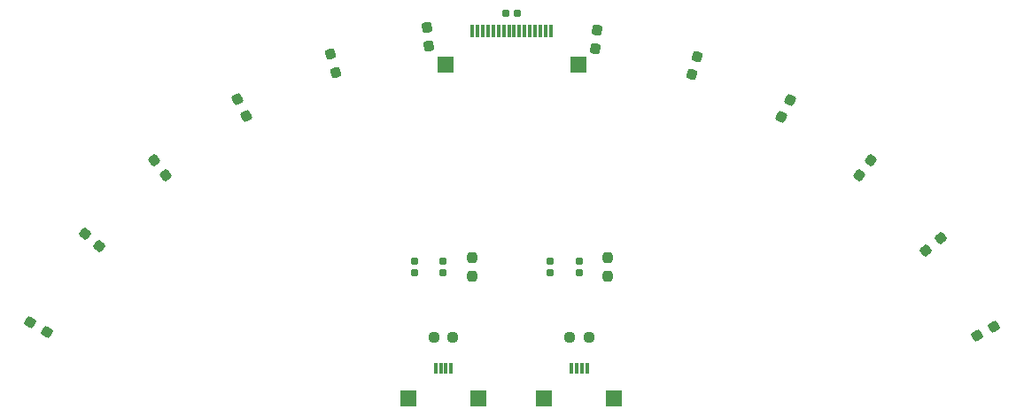
<source format=gbr>
%TF.GenerationSoftware,KiCad,Pcbnew,(6.0.4)*%
%TF.CreationDate,2022-08-25T18:27:48+09:00*%
%TF.ProjectId,total,746f7461-6c2e-46b6-9963-61645f706362,rev?*%
%TF.SameCoordinates,Original*%
%TF.FileFunction,Paste,Top*%
%TF.FilePolarity,Positive*%
%FSLAX46Y46*%
G04 Gerber Fmt 4.6, Leading zero omitted, Abs format (unit mm)*
G04 Created by KiCad (PCBNEW (6.0.4)) date 2022-08-25 18:27:48*
%MOMM*%
%LPD*%
G01*
G04 APERTURE LIST*
G04 Aperture macros list*
%AMRoundRect*
0 Rectangle with rounded corners*
0 $1 Rounding radius*
0 $2 $3 $4 $5 $6 $7 $8 $9 X,Y pos of 4 corners*
0 Add a 4 corners polygon primitive as box body*
4,1,4,$2,$3,$4,$5,$6,$7,$8,$9,$2,$3,0*
0 Add four circle primitives for the rounded corners*
1,1,$1+$1,$2,$3*
1,1,$1+$1,$4,$5*
1,1,$1+$1,$6,$7*
1,1,$1+$1,$8,$9*
0 Add four rect primitives between the rounded corners*
20,1,$1+$1,$2,$3,$4,$5,0*
20,1,$1+$1,$4,$5,$6,$7,0*
20,1,$1+$1,$6,$7,$8,$9,0*
20,1,$1+$1,$8,$9,$2,$3,0*%
G04 Aperture macros list end*
%ADD10RoundRect,0.155000X0.155000X-0.212500X0.155000X0.212500X-0.155000X0.212500X-0.155000X-0.212500X0*%
%ADD11R,0.300000X1.000000*%
%ADD12R,1.600000X1.600000*%
%ADD13RoundRect,0.237500X-0.237500X0.250000X-0.237500X-0.250000X0.237500X-0.250000X0.237500X0.250000X0*%
%ADD14RoundRect,0.237500X0.250000X0.237500X-0.250000X0.237500X-0.250000X-0.237500X0.250000X-0.237500X0*%
%ADD15RoundRect,0.237500X-0.035858X-0.342958X0.344345X-0.018234X0.035858X0.342958X-0.344345X0.018234X0*%
%ADD16RoundRect,0.237500X0.030241X-0.343499X0.341498X0.047805X-0.030241X0.343499X-0.341498X-0.047805X0*%
%ADD17RoundRect,0.237500X0.156716X-0.307159X0.298724X0.172251X-0.156716X0.307159X-0.298724X-0.172251X0*%
%ADD18RoundRect,0.237500X0.212445X-0.271612X0.260368X0.226086X-0.212445X0.271612X-0.260368X-0.226086X0*%
%ADD19R,0.300000X1.300000*%
%ADD20RoundRect,0.155000X-0.212500X-0.155000X0.212500X-0.155000X0.212500X0.155000X-0.212500X0.155000X0*%
%ADD21RoundRect,0.237500X0.298724X-0.172251X0.156716X0.307159X-0.298724X0.172251X-0.156716X-0.307159X0*%
%ADD22RoundRect,0.237500X0.344345X0.018234X-0.035858X0.342958X-0.344345X-0.018234X0.035858X-0.342958X0*%
%ADD23RoundRect,0.237500X-0.100638X-0.329815X0.334540X-0.083604X0.100638X0.329815X-0.334540X0.083604X0*%
%ADD24RoundRect,0.237500X0.341498X-0.047805X0.030241X0.343499X-0.341498X0.047805X-0.030241X-0.343499X0*%
%ADD25RoundRect,0.237500X0.334540X0.083604X-0.100638X0.329815X-0.334540X-0.083604X0.100638X-0.329815X0*%
%ADD26RoundRect,0.237500X0.326102X-0.112087X0.095228X0.331418X-0.326102X0.112087X-0.095228X-0.331418X0*%
%ADD27RoundRect,0.237500X0.095228X-0.331418X0.326102X0.112087X-0.095228X0.331418X-0.326102X-0.112087X0*%
%ADD28RoundRect,0.237500X0.260368X-0.226086X0.212445X0.271612X-0.260368X0.226086X-0.212445X-0.271612X0*%
G04 APERTURE END LIST*
D10*
%TO.C,C4*%
X154465475Y-78393530D03*
X154465475Y-77258530D03*
%TD*%
D11*
%TO.C,J2*%
X153727975Y-87551030D03*
X154227975Y-87551030D03*
X154702975Y-87551030D03*
X155202975Y-87551030D03*
D12*
X157815475Y-90426030D03*
X151115475Y-90426030D03*
%TD*%
D10*
%TO.C,C3*%
X151715475Y-78393530D03*
X151715475Y-77258530D03*
%TD*%
D13*
%TO.C,R6*%
X157215475Y-76913530D03*
X157215475Y-78738530D03*
%TD*%
D14*
%TO.C,R3*%
X155377975Y-84576030D03*
X153552975Y-84576030D03*
%TD*%
D13*
%TO.C,R2*%
X144215475Y-76913530D03*
X144215475Y-78738530D03*
%TD*%
D10*
%TO.C,C1*%
X138715475Y-78393530D03*
X138715475Y-77258530D03*
%TD*%
D14*
%TO.C,R1*%
X142377975Y-84576030D03*
X140552975Y-84576030D03*
%TD*%
D10*
%TO.C,C2*%
X141465475Y-78393530D03*
X141465475Y-77258530D03*
%TD*%
D11*
%TO.C,J1*%
X140727975Y-87551030D03*
X141227975Y-87551030D03*
X141702975Y-87551030D03*
X142202975Y-87551030D03*
D12*
X144815475Y-90426030D03*
X138115475Y-90426030D03*
%TD*%
D15*
%TO.C,R5*%
X187606130Y-76268631D03*
X188993870Y-75083389D03*
%TD*%
D16*
%TO.C,R8*%
X181231955Y-69090140D03*
X182368045Y-67661880D03*
%TD*%
D17*
%TO.C,R12*%
X165240836Y-59450933D03*
X165759164Y-57701087D03*
%TD*%
D18*
%TO.C,R14*%
X156012541Y-56984309D03*
X156187459Y-55167711D03*
%TD*%
D19*
%TO.C,J1*%
X144250000Y-55226010D03*
X144750000Y-55226010D03*
X145250000Y-55226010D03*
X145750000Y-55226010D03*
X146250000Y-55226010D03*
X146750000Y-55226010D03*
X147250000Y-55226010D03*
X147750000Y-55226010D03*
X148250000Y-55226010D03*
X148750000Y-55226010D03*
X149250000Y-55226010D03*
X149750000Y-55226010D03*
X150250000Y-55226010D03*
X150750000Y-55226010D03*
X151250000Y-55226010D03*
X151750000Y-55226010D03*
D12*
X141650000Y-58476010D03*
X154350000Y-58476010D03*
%TD*%
D20*
%TO.C,C1*%
X147432500Y-53576010D03*
X148567500Y-53576010D03*
%TD*%
D21*
%TO.C,R11*%
X131159164Y-59200933D03*
X130640836Y-57451087D03*
%TD*%
D22*
%TO.C,R4*%
X108593870Y-75868631D03*
X107206130Y-74683389D03*
%TD*%
D23*
%TO.C,R2*%
X192505800Y-84425346D03*
X194094200Y-83526674D03*
%TD*%
D24*
%TO.C,R7*%
X114968045Y-69040140D03*
X113831955Y-67611880D03*
%TD*%
D25*
%TO.C,R1*%
X103594200Y-84025346D03*
X102005800Y-83126674D03*
%TD*%
D26*
%TO.C,R9*%
X122621346Y-63385407D03*
X121778654Y-61766613D03*
%TD*%
D27*
%TO.C,R10*%
X173778654Y-63485407D03*
X174621346Y-61866613D03*
%TD*%
D28*
%TO.C,R13*%
X140087459Y-56734309D03*
X139912541Y-54917711D03*
%TD*%
M02*

</source>
